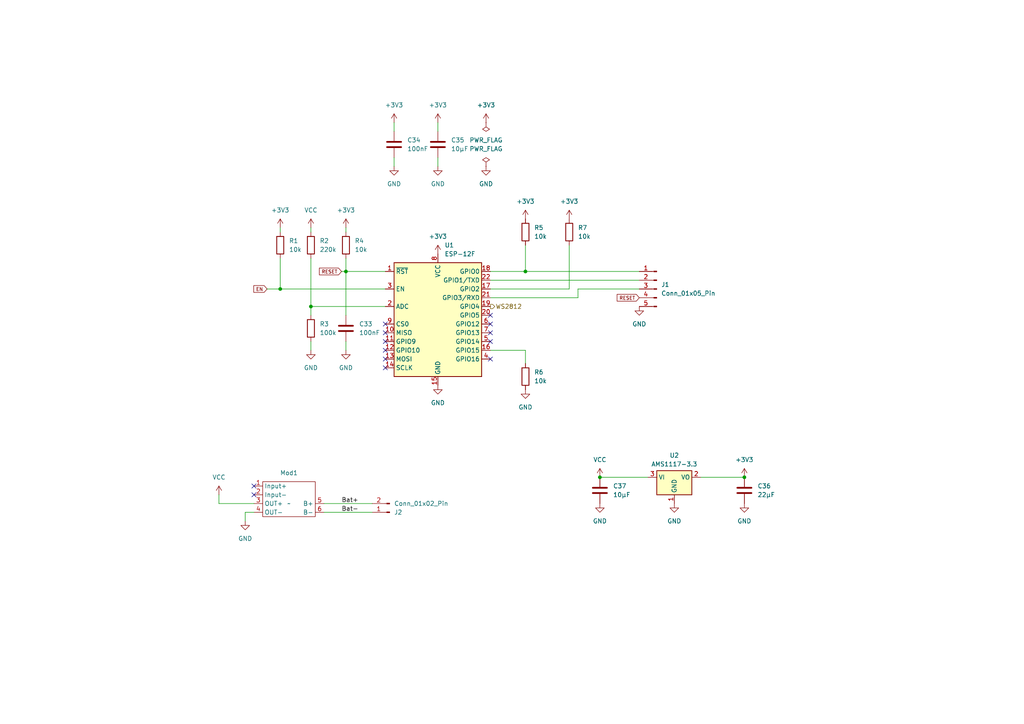
<source format=kicad_sch>
(kicad_sch (version 20230121) (generator eeschema)
  (paper "A4")
  (title_block (title "Spiralboard") (date "2023-07-01"))
  (lib_symbols
    (symbol "Connector:Conn_01x02_Pin" (pin_names (offset 1.016) hide)
      (property "Reference" "J" (at 0 2.54 0))
      (property "Value" "Conn_01x02_Pin" (at 0 -5.08 0))
      (symbol "Conn_01x02_Pin_1_1"
        (polyline (pts (xy 1.27 -2.54) (xy 0.8636 -2.54)) (stroke (width 0.1524)))
        (polyline (pts (xy 1.27 0) (xy 0.8636 0)) (stroke (width 0.1524)))
        (rectangle (start 0.8636 -2.413) (end 0 -2.667) (stroke (width 0.1524)) (fill (type outline)))
        (rectangle (start 0.8636 0.127) (end 0 -0.127) (stroke (width 0.1524)) (fill (type outline)))
        (pin passive line (at 5.08 0 180) (length 3.81) (name "Pin_1") (number "1"))
        (pin passive line (at 5.08 -2.54 180) (length 3.81) (name "Pin_2") (number "2"))
      )
    )
    (symbol "Connector:Conn_01x05_Pin" (pin_names (offset 1.016) hide)
      (property "Reference" "J" (at 0 7.62 0))
      (property "Value" "Conn_01x05_Pin" (at 0 -7.62 0))
      (symbol "Conn_01x05_Pin_1_1"
        (polyline (pts (xy 1.27 -5.08) (xy 0.8636 -5.08)) (stroke (width 0.1524)))
        (polyline (pts (xy 1.27 -2.54) (xy 0.8636 -2.54)) (stroke (width 0.1524)))
        (polyline (pts (xy 1.27 0) (xy 0.8636 0)) (stroke (width 0.1524)))
        (polyline (pts (xy 1.27 2.54) (xy 0.8636 2.54)) (stroke (width 0.1524)))
        (polyline (pts (xy 1.27 5.08) (xy 0.8636 5.08)) (stroke (width 0.1524)))
        (rectangle (start 0.8636 -4.953) (end 0 -5.207) (stroke (width 0.1524)) (fill (type outline)))
        (rectangle (start 0.8636 -2.413) (end 0 -2.667) (stroke (width 0.1524)) (fill (type outline)))
        (rectangle (start 0.8636 0.127) (end 0 -0.127) (stroke (width 0.1524)) (fill (type outline)))
        (rectangle (start 0.8636 2.667) (end 0 2.413) (stroke (width 0.1524)) (fill (type outline)))
        (rectangle (start 0.8636 5.207) (end 0 4.953) (stroke (width 0.1524)) (fill (type outline)))
        (pin passive line (at 5.08 5.08 180) (length 3.81) (name "Pin_1") (number "1"))
        (pin passive line (at 5.08 2.54 180) (length 3.81) (name "Pin_2") (number "2"))
        (pin passive line (at 5.08 0 180) (length 3.81) (name "Pin_3") (number "3"))
        (pin passive line (at 5.08 -2.54 180) (length 3.81) (name "Pin_4") (number "4"))
        (pin passive line (at 5.08 -5.08 180) (length 3.81) (name "Pin_5") (number "5"))
      )
    )
    (symbol "Device:C" (pin_numbers hide) (pin_names (offset 0.254))
      (property "Reference" "C" (at 0.635 2.54 0))
      (property "Value" "C" (at 0.635 -2.54 0))
      (symbol "C_0_1"
        (polyline (pts (xy -2.032 -0.762) (xy 2.032 -0.762)) (stroke (width 0.508)))
        (polyline (pts (xy -2.032 0.762) (xy 2.032 0.762)) (stroke (width 0.508)))
      )
      (symbol "C_1_1"
        (pin passive line (at 0 3.81 270) (length 2.794) (name "~") (number "1"))
        (pin passive line (at 0 -3.81 90) (length 2.794) (name "~") (number "2"))
      )
    )
    (symbol "Device:R" (pin_numbers hide) (pin_names (offset 0))
      (property "Reference" "R" (at 2.032 0 90))
      (property "Value" "R" (at 0 0 90))
      (symbol "R_0_1"
        (rectangle (start -1.016 -2.54) (end 1.016 2.54) (stroke (width 0.254)))
      )
      (symbol "R_1_1"
        (pin passive line (at 0 3.81 270) (length 1.27) (name "~") (number "1"))
        (pin passive line (at 0 -3.81 90) (length 1.27) (name "~") (number "2"))
      )
    )
    (symbol "New_Library:Lithium_Battery_Charger_Module"
      (property "Reference" "Mod" (at 0 -5.08 0))
      (symbol "Lithium_Battery_Charger_Module_0_1"
        (rectangle (start -7.62 6.35) (end 7.62 -3.81))
      )
      (symbol "Lithium_Battery_Charger_Module_1_1"
        (pin power_in line (at -10.16 5.08 0) (length 2.54) (name "Input+") (number "1"))
        (pin power_in line (at -10.16 2.54 0) (length 2.54) (name "Input-") (number "2"))
        (pin power_out line (at -10.16 0 0) (length 2.54) (name "OUT+") (number "3"))
        (pin power_out line (at -10.16 -2.54 0) (length 2.54) (name "OUT-") (number "4"))
        (pin power_in line (at 10.16 0 180) (length 2.54) (name "B+") (number "5"))
        (pin power_in line (at 10.16 -2.54 180) (length 2.54) (name "B-") (number "6"))
      )
    )
    (symbol "RF_Module:ESP-12F"
      (property "Reference" "U" (at -12.7 19.05 0))
      (property "Value" "ESP-12F" (at 12.7 19.05 0))
      (symbol "ESP-12F_0_1"
        (rectangle (start -12.7 17.78) (end 12.7 -15.24) (stroke (width 0.254)) (fill (type background)))
      )
      (symbol "ESP-12F_1_1"
        (pin input line (at -15.24 15.24 0) (length 2.54) (name "~{RST}") (number "1"))
        (pin bidirectional line (at -15.24 -2.54 0) (length 2.54) (name "MISO") (number "10"))
        (pin bidirectional line (at -15.24 -5.08 0) (length 2.54) (name "GPIO9") (number "11"))
        (pin bidirectional line (at -15.24 -7.62 0) (length 2.54) (name "GPIO10") (number "12"))
        (pin bidirectional line (at -15.24 -10.16 0) (length 2.54) (name "MOSI") (number "13"))
        (pin bidirectional line (at -15.24 -12.7 0) (length 2.54) (name "SCLK") (number "14"))
        (pin power_in line (at 0 -17.78 90) (length 2.54) (name "GND") (number "15"))
        (pin bidirectional line (at 15.24 -7.62 180) (length 2.54) (name "GPIO15") (number "16"))
        (pin bidirectional line (at 15.24 10.16 180) (length 2.54) (name "GPIO2") (number "17"))
        (pin bidirectional line (at 15.24 15.24 180) (length 2.54) (name "GPIO0") (number "18"))
        (pin bidirectional line (at 15.24 5.08 180) (length 2.54) (name "GPIO4") (number "19"))
        (pin input line (at -15.24 5.08 0) (length 2.54) (name "ADC") (number "2"))
        (pin bidirectional line (at 15.24 2.54 180) (length 2.54) (name "GPIO5") (number "20"))
        (pin bidirectional line (at 15.24 7.62 180) (length 2.54) (name "GPIO3/RXD") (number "21"))
        (pin bidirectional line (at 15.24 12.7 180) (length 2.54) (name "GPIO1/TXD") (number "22"))
        (pin input line (at -15.24 10.16 0) (length 2.54) (name "EN") (number "3"))
        (pin bidirectional line (at 15.24 -10.16 180) (length 2.54) (name "GPIO16") (number "4"))
        (pin bidirectional line (at 15.24 -5.08 180) (length 2.54) (name "GPIO14") (number "5"))
        (pin bidirectional line (at 15.24 0 180) (length 2.54) (name "GPIO12") (number "6"))
        (pin bidirectional line (at 15.24 -2.54 180) (length 2.54) (name "GPIO13") (number "7"))
        (pin power_in line (at 0 20.32 270) (length 2.54) (name "VCC") (number "8"))
        (pin input line (at -15.24 0 0) (length 2.54) (name "CS0") (number "9"))
      )
    )
    (symbol "Regulator_Linear:AMS1117-3.3"
      (property "Reference" "U" (at -3.81 3.175 0))
      (property "Value" "AMS1117-3.3" (at 0 3.175 0))
      (symbol "AMS1117-3.3_0_1"
        (rectangle (start -5.08 -5.08) (end 5.08 1.905) (stroke (width 0.254)) (fill (type background)))
      )
      (symbol "AMS1117-3.3_1_1"
        (pin power_in line (at 0 -7.62 90) (length 2.54) (name "GND") (number "1"))
        (pin power_out line (at 7.62 0 180) (length 2.54) (name "VO") (number "2"))
        (pin power_in line (at -7.62 0 0) (length 2.54) (name "VI") (number "3"))
      )
    )
    (symbol "power:+3V3" (power) (pin_names (offset 0))
      (property "Value" "+3V3" (at 0 3.556 0))
      (symbol "+3V3_0_1"
        (polyline (pts (xy -0.762 1.27) (xy 0 2.54)))
        (polyline (pts (xy 0 0) (xy 0 2.54)))
        (polyline (pts (xy 0 2.54) (xy 0.762 1.27)))
      )
      (symbol "+3V3_1_1"
        (pin power_in line (at 0 0 90) (length 0) hide (name "+3V3") (number "1"))
      )
    )
    (symbol "power:GND" (power) (pin_names (offset 0))
      (property "Value" "GND" (at 0 -3.81 0))
      (symbol "GND_0_1"
        (polyline (pts (xy 0 0) (xy 0 -1.27) (xy 1.27 -1.27) (xy 0 -2.54) (xy -1.27 -1.27) (xy 0 -1.27)))
      )
      (symbol "GND_1_1"
        (pin power_in line (at 0 0 270) (length 0) hide (name "GND") (number "1"))
      )
    )
    (symbol "power:PWR_FLAG" (power) (pin_numbers hide) (pin_names (offset 0) hide)
      (property "Value" "PWR_FLAG" (at 0 3.81 0))
      (symbol "PWR_FLAG_0_0"
        (pin power_out line (at 0 0 90) (length 0) (name "pwr") (number "1"))
      )
      (symbol "PWR_FLAG_0_1"
        (polyline (pts (xy 0 0) (xy 0 1.27) (xy -1.016 1.905) (xy 0 2.54) (xy 1.016 1.905) (xy 0 1.27)))
      )
    )
    (symbol "power:VCC" (power) (pin_names (offset 0))
      (property "Value" "VCC" (at 0 3.81 0))
      (symbol "VCC_0_1"
        (polyline (pts (xy -0.762 1.27) (xy 0 2.54)))
        (polyline (pts (xy 0 0) (xy 0 2.54)))
        (polyline (pts (xy 0 2.54) (xy 0.762 1.27)))
      )
      (symbol "VCC_1_1"
        (pin power_in line (at 0 0 90) (length 0) hide (name "VCC") (number "1"))
      )
    )
  )
  (junction (at 90.17 88.9))
  (junction (at 215.9 138.43))
  (junction (at 100.33 78.74))
  (junction (at 173.99 138.43))
  (junction (at 152.4 78.74))
  (junction (at 81.28 83.82))
  (no_connect (at 111.76 96.52))
  (no_connect (at 111.76 99.06))
  (no_connect (at 111.76 93.98))
  (no_connect (at 111.76 106.68))
  (no_connect (at 111.76 104.14))
  (no_connect (at 142.24 104.14))
  (no_connect (at 142.24 99.06))
  (no_connect (at 73.66 143.51))
  (no_connect (at 142.24 96.52))
  (no_connect (at 73.66 140.97))
  (no_connect (at 142.24 93.98))
  (no_connect (at 111.76 101.6))
  (no_connect (at 142.24 91.44))
  (wire (pts (xy 152.4 78.74) (xy 152.4 71.12)))
  (wire (pts (xy 93.98 146.05) (xy 107.95 146.05)))
  (wire (pts (xy 77.47 83.82) (xy 81.28 83.82)))
  (wire (pts (xy 167.64 83.82) (xy 185.42 83.82)))
  (wire (pts (xy 142.24 101.6) (xy 152.4 101.6)))
  (wire (pts (xy 93.98 148.59) (xy 107.95 148.59)))
  (wire (pts (xy 167.64 86.36) (xy 167.64 83.82)))
  (wire (pts (xy 90.17 66.04) (xy 90.17 67.31)))
  (wire (pts (xy 100.33 91.44) (xy 100.33 78.74)))
  (wire (pts (xy 100.33 99.06) (xy 100.33 101.6)))
  (wire (pts (xy 81.28 83.82) (xy 111.76 83.82)))
  (wire (pts (xy 165.1 83.82) (xy 165.1 71.12)))
  (wire (pts (xy 114.3 48.26) (xy 114.3 45.72)))
  (wire (pts (xy 114.3 35.56) (xy 114.3 38.1)))
  (wire (pts (xy 142.24 78.74) (xy 152.4 78.74)))
  (wire (pts (xy 71.12 148.59) (xy 71.12 151.13)))
  (wire (pts (xy 90.17 74.93) (xy 90.17 88.9)))
  (wire (pts (xy 90.17 99.06) (xy 90.17 101.6)))
  (wire (pts (xy 90.17 88.9) (xy 90.17 91.44)))
  (wire (pts (xy 142.24 83.82) (xy 165.1 83.82)))
  (wire (pts (xy 100.33 74.93) (xy 100.33 78.74)))
  (wire (pts (xy 73.66 146.05) (xy 63.5 146.05)))
  (wire (pts (xy 173.99 138.43) (xy 187.96 138.43)))
  (wire (pts (xy 152.4 78.74) (xy 185.42 78.74)))
  (wire (pts (xy 81.28 74.93) (xy 81.28 83.82)))
  (wire (pts (xy 127 48.26) (xy 127 45.72)))
  (wire (pts (xy 152.4 101.6) (xy 152.4 105.41)))
  (wire (pts (xy 203.2 138.43) (xy 215.9 138.43)))
  (wire (pts (xy 100.33 66.04) (xy 100.33 67.31)))
  (wire (pts (xy 127 35.56) (xy 127 38.1)))
  (wire (pts (xy 99.06 78.74) (xy 100.33 78.74)))
  (wire (pts (xy 73.66 148.59) (xy 71.12 148.59)))
  (wire (pts (xy 90.17 88.9) (xy 111.76 88.9)))
  (wire (pts (xy 81.28 66.04) (xy 81.28 67.31)))
  (wire (pts (xy 142.24 86.36) (xy 167.64 86.36)))
  (wire (pts (xy 63.5 146.05) (xy 63.5 143.51)))
  (wire (pts (xy 100.33 78.74) (xy 111.76 78.74)))
  (wire (pts (xy 142.24 81.28) (xy 185.42 81.28)))
  (label "Bat+" (at 99.06 146.05 0))
  (label "Bat-" (at 99.06 148.59 0))
  (global_label "RESET" (shape input) (at 99.06 78.74 180) (effects (font (size 1 1))) (property "Intersheetrefs" "${INTERSHEET_REFS}" (effects hide)))
  (global_label "EN" (shape input) (at 77.47 83.82 180) (effects (font (size 1 1))) (property "Intersheetrefs" "${INTERSHEET_REFS}" (effects hide)))
  (global_label "RESET" (shape input) (at 185.42 86.36 180) (effects (font (size 1 1))) (property "Intersheetrefs" "${INTERSHEET_REFS}" (effects hide)))
  (hierarchical_label "WS2812" (shape output) (at 142.24 88.9 0))
  (symbol (lib_id "power:+3V3") (at 152.4 63.5 0) (unit 1)
    (property "Reference" "#PWR0149" (effects hide))
    (property "Value" "+3V3" (at 152.4 58.42 0))
  )
  (symbol (lib_id "power:GND") (at 173.99 146.05 0) (unit 1)
    (property "Reference" "#PWR06" (effects hide))
    (property "Value" "GND" (at 173.99 151.13 0))
  )
  (symbol (lib_id "power:GND") (at 140.97 48.26 0) (unit 1)
    (property "Reference" "#PWR0148" (effects hide))
    (property "Value" "GND" (at 140.97 53.34 0))
  )
  (symbol (lib_id "power:+3V3") (at 81.28 66.04 0) (unit 1)
    (property "Reference" "#PWR0136" (effects hide))
    (property "Value" "+3V3" (at 81.28 60.96 0))
  )
  (symbol (lib_id "Device:R") (at 90.17 95.25 0) (unit 1)
    (property "Reference" "R3" (at 92.71 93.98 0) (effects (justify left)))
    (property "Value" "100k" (at 92.71 96.52 0) (effects (justify left)))
    (property "Footprint" "Resistor_SMD:R_0805_2012Metric_Pad1.20x1.40mm_HandSolder" (effects hide))
  )
  (symbol (lib_id "power:GND") (at 127 48.26 0) (unit 1)
    (property "Reference" "#PWR0144" (effects hide))
    (property "Value" "GND" (at 127 53.34 0))
  )
  (symbol (lib_id "power:+3V3") (at 215.9 138.43 0) (unit 1)
    (property "Reference" "#PWR0154" (effects hide))
    (property "Value" "+3V3" (at 215.9 133.35 0))
  )
  (symbol (lib_id "Device:R") (at 100.33 71.12 0) (unit 1)
    (property "Reference" "R4" (at 102.87 69.85 0) (effects (justify left)))
    (property "Value" "10k" (at 102.87 72.39 0) (effects (justify left)))
    (property "Footprint" "Resistor_SMD:R_0805_2012Metric_Pad1.20x1.40mm_HandSolder" (effects hide))
  )
  (symbol (lib_id "power:+3V3") (at 140.97 35.56 0) (unit 1)
    (property "Reference" "#PWR0147" (effects hide))
    (property "Value" "+3V3" (at 140.97 30.48 0))
  )
  (symbol (lib_id "Device:R") (at 152.4 109.22 0) (unit 1)
    (property "Reference" "R6" (at 154.94 107.95 0) (effects (justify left)))
    (property "Value" "10k" (at 154.94 110.49 0) (effects (justify left)))
    (property "Footprint" "Resistor_SMD:R_0805_2012Metric_Pad1.20x1.40mm_HandSolder" (effects hide))
  )
  (symbol (lib_id "Regulator_Linear:AMS1117-3.3") (at 195.58 138.43 0) (unit 1)
    (property "Reference" "U2" (at 195.58 132.08 0))
    (property "Value" "AMS1117-3.3" (at 195.58 134.62 0))
    (property "Footprint" "Package_TO_SOT_SMD:SOT-223-3_TabPin2" (effects hide))
    (property "Datasheet" "http://www.advanced-monolithic.com/pdf/ds1117.pdf" (effects hide))
  )
  (symbol (lib_id "power:GND") (at 127 111.76 0) (unit 1)
    (property "Reference" "#PWR0146" (effects hide))
    (property "Value" "GND" (at 127 116.84 0))
  )
  (symbol (lib_id "Device:R") (at 90.17 71.12 0) (unit 1)
    (property "Reference" "R2" (at 92.71 69.85 0) (effects (justify left)))
    (property "Value" "220k" (at 92.71 72.39 0) (effects (justify left)))
    (property "Footprint" "Resistor_SMD:R_0805_2012Metric_Pad1.20x1.40mm_HandSolder" (effects hide))
  )
  (symbol (lib_id "power:GND") (at 100.33 101.6 0) (unit 1)
    (property "Reference" "#PWR03" (effects hide))
    (property "Value" "GND" (at 100.33 106.68 0))
  )
  (symbol (lib_id "Connector:Conn_01x02_Pin") (at 113.03 148.59 180) (unit 1)
    (property "Reference" "J2" (at 114.3 148.59 0) (effects (justify right)))
    (property "Value" "Conn_01x02_Pin" (at 114.3 146.05 0) (effects (justify right)))
    (property "Footprint" "Connector_JST:JST_PH_S2B-PH-K_1x02_P2.00mm_Horizontal" (effects hide))
  )
  (symbol (lib_id "power:GND") (at 114.3 48.26 0) (unit 1)
    (property "Reference" "#PWR0142" (effects hide))
    (property "Value" "GND" (at 114.3 53.34 0))
  )
  (symbol (lib_id "Device:C") (at 173.99 142.24 0) (unit 1)
    (property "Reference" "C37" (at 177.8 140.97 0) (effects (justify left)))
    (property "Value" "10µF" (at 177.8 143.51 0) (effects (justify left)))
    (property "Footprint" "Capacitor_SMD:C_0805_2012Metric_Pad1.18x1.45mm_HandSolder" (effects hide))
  )
  (symbol (lib_id "power:GND") (at 195.58 146.05 0) (unit 1)
    (property "Reference" "#PWR05" (effects hide))
    (property "Value" "GND" (at 195.58 151.13 0))
  )
  (symbol (lib_id "power:GND") (at 71.12 151.13 0) (unit 1)
    (property "Reference" "#PWR0153" (effects hide))
    (property "Value" "GND" (at 71.12 156.21 0))
  )
  (symbol (lib_id "power:VCC") (at 173.99 138.43 0) (unit 1)
    (property "Reference" "#PWR0140" (effects hide))
    (property "Value" "VCC" (at 173.99 133.35 0))
  )
  (symbol (lib_id "Device:C") (at 127 41.91 0) (unit 1)
    (property "Reference" "C35" (at 130.81 40.64 0) (effects (justify left)))
    (property "Value" "10µF" (at 130.81 43.18 0) (effects (justify left)))
    (property "Footprint" "Capacitor_SMD:C_0805_2012Metric_Pad1.18x1.45mm_HandSolder" (effects hide))
  )
  (symbol (lib_id "RF_Module:ESP-12F") (at 127 93.98 0) (unit 1)
    (property "Reference" "U1" (at 128.9559 71.12 0) (effects (justify left)))
    (property "Value" "ESP-12F" (at 128.9559 73.66 0) (effects (justify left)))
    (property "Footprint" "RF_Module:ESP-12E" (effects hide))
    (property "Datasheet" "http://wiki.ai-thinker.com/_media/esp8266/esp8266_series_modules_user_manual_v1.1.pdf" (effects hide))
  )
  (symbol (lib_id "power:GND") (at 185.42 88.9 0) (unit 1)
    (property "Reference" "#PWR0152" (effects hide))
    (property "Value" "GND" (at 185.42 93.98 0))
  )
  (symbol (lib_id "power:GND") (at 90.17 101.6 0) (unit 1)
    (property "Reference" "#PWR0138" (effects hide))
    (property "Value" "GND" (at 90.17 106.68 0))
  )
  (symbol (lib_id "power:+3V3") (at 127 73.66 0) (unit 1)
    (property "Reference" "#PWR0145" (effects hide))
    (property "Value" "+3V3" (at 127 68.58 0))
  )
  (symbol (lib_id "power:VCC") (at 63.5 143.51 0) (unit 1)
    (property "Reference" "#PWR021" (effects hide))
    (property "Value" "VCC" (at 63.5 138.43 0))
    (instances (project "spiralboard" (path "" (reference "#PWR021") (unit 1)) (path "" (reference "#PWR015") (unit 1)) (path "" (reference "#PWR02") (unit 1))))
  )
  (symbol (lib_id "power:GND") (at 152.4 113.03 0) (unit 1)
    (property "Reference" "#PWR0150" (effects hide))
    (property "Value" "GND" (at 152.4 118.11 0))
  )
  (symbol (lib_id "Device:R") (at 152.4 67.31 0) (unit 1)
    (property "Reference" "R5" (at 154.94 66.04 0) (effects (justify left)))
    (property "Value" "10k" (at 154.94 68.58 0) (effects (justify left)))
    (property "Footprint" "Resistor_SMD:R_0805_2012Metric_Pad1.20x1.40mm_HandSolder" (effects hide))
  )
  (symbol (lib_id "Device:R") (at 165.1 67.31 0) (unit 1)
    (property "Reference" "R7" (at 167.64 66.04 0) (effects (justify left)))
    (property "Value" "10k" (at 167.64 68.58 0) (effects (justify left)))
    (property "Footprint" "Resistor_SMD:R_0805_2012Metric_Pad1.20x1.40mm_HandSolder" (effects hide))
  )
  (symbol (lib_id "power:+3V3") (at 127 35.56 0) (unit 1)
    (property "Reference" "#PWR0143" (effects hide))
    (property "Value" "+3V3" (at 127 30.48 0))
  )
  (symbol (lib_id "power:+3V3") (at 100.33 66.04 0) (unit 1)
    (property "Reference" "#PWR0139" (effects hide))
    (property "Value" "+3V3" (at 100.33 60.96 0))
  )
  (symbol (lib_id "power:PWR_FLAG") (at 140.97 48.26 0) (unit 1)
    (property "Reference" "#FLG03" (effects hide))
    (property "Value" "PWR_FLAG" (at 140.97 43.18 0))
  )
  (symbol (lib_id "Device:C") (at 100.33 95.25 0) (unit 1)
    (property "Reference" "C33" (at 104.14 93.98 0) (effects (justify left)))
    (property "Value" "100nF" (at 104.14 96.52 0) (effects (justify left)))
    (property "Footprint" "Capacitor_SMD:C_0805_2012Metric_Pad1.18x1.45mm_HandSolder" (effects hide))
  )
  (symbol (lib_id "power:GND") (at 215.9 146.05 0) (unit 1)
    (property "Reference" "#PWR0137" (effects hide))
    (property "Value" "GND" (at 215.9 151.13 0))
  )
  (symbol (lib_id "New_Library:Lithium_Battery_Charger_Module") (at 83.82 146.05 0) (unit 1)
    (property "Reference" "Mod1" (at 83.82 137.16 0))
    (property "Value" "~" (at 83.82 146.05 0))
    (property "Footprint" "Lithium_Battery_Charger_Module:Lithium_Battery_Charger_Module" (effects hide))
  )
  (symbol (lib_id "Device:C") (at 215.9 142.24 0) (unit 1)
    (property "Reference" "C36" (at 219.71 140.97 0) (effects (justify left)))
    (property "Value" "22µF" (at 219.71 143.51 0) (effects (justify left)))
    (property "Footprint" "Capacitor_SMD:C_0805_2012Metric_Pad1.18x1.45mm_HandSolder" (effects hide))
  )
  (symbol (lib_id "power:VCC") (at 90.17 66.04 0) (unit 1)
    (property "Reference" "#PWR04" (effects hide))
    (property "Value" "VCC" (at 90.17 60.96 0))
    (instances (project "spiralboard" (path "" (reference "#PWR04") (unit 1)) (path "" (reference "#PWR062") (unit 1)) (path "" (reference "#PWR04") (unit 1))))
  )
  (symbol (lib_id "power:+3V3") (at 114.3 35.56 0) (unit 1)
    (property "Reference" "#PWR0141" (effects hide))
    (property "Value" "+3V3" (at 114.3 30.48 0))
  )
  (symbol (lib_id "Device:C") (at 114.3 41.91 0) (unit 1)
    (property "Reference" "C34" (at 118.11 40.64 0) (effects (justify left)))
    (property "Value" "100nF" (at 118.11 43.18 0) (effects (justify left)))
    (property "Footprint" "Capacitor_SMD:C_0805_2012Metric_Pad1.18x1.45mm_HandSolder" (effects hide))
  )
  (symbol (lib_id "Device:R") (at 81.28 71.12 0) (unit 1)
    (property "Reference" "R1" (at 83.82 69.85 0) (effects (justify left)))
    (property "Value" "10k" (at 83.82 72.39 0) (effects (justify left)))
    (property "Footprint" "Resistor_SMD:R_0805_2012Metric_Pad1.20x1.40mm_HandSolder" (effects hide))
  )
  (symbol (lib_id "power:+3V3") (at 165.1 63.5 0) (unit 1)
    (property "Reference" "#PWR0151" (effects hide))
    (property "Value" "+3V3" (at 165.1 58.42 0))
  )
  (symbol (lib_id "power:PWR_FLAG") (at 140.97 35.56 180) (unit 1)
    (property "Reference" "#FLG02" (effects hide))
    (property "Value" "PWR_FLAG" (at 140.97 40.64 0))
  )
  (symbol (lib_id "Connector:Conn_01x05_Pin") (at 190.5 83.82 0) (mirror y) (unit 1)
    (property "Reference" "J1" (at 191.77 82.55 0) (effects (justify right)))
    (property "Value" "Conn_01x05_Pin" (at 191.77 85.09 0) (effects (justify right)))
    (property "Footprint" "Connector_PinHeader_2.54mm:PinHeader_1x05_P2.54mm_Vertical" (effects hide))
  )
)
</source>
